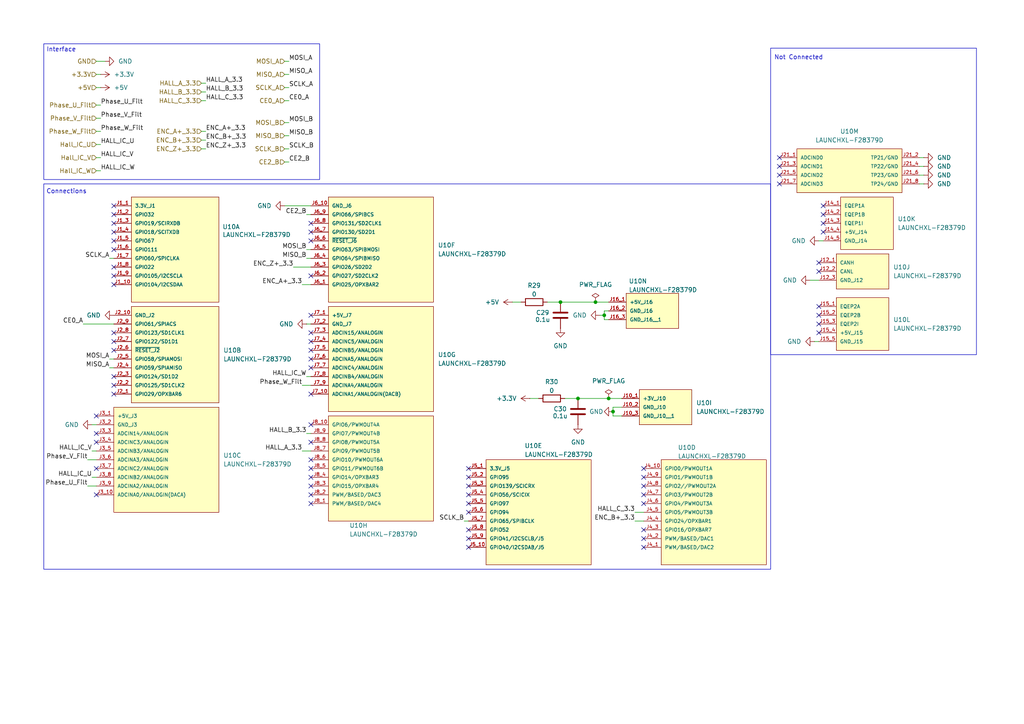
<source format=kicad_sch>
(kicad_sch (version 20250114) (generator "eeschema") (generator_version "9.0")
  (paper "A4")
  (title_block (title "Sensing and Interfacing PCB") (date "2025-06-02") (rev "v1") (company "Designer: Manveer Aujla") (comment 1 "Team 34"))
  (lib_symbols
    (symbol "Device:C" (pin_numbers (hide yes)) (pin_names (offset 0.254))
      (property "Reference" "C" (at 0.635 2.54 0))
      (property "Value" "C" (at 0.635 -2.54 0))
      (symbol "C_0_1"
        (polyline (pts (xy -2.032 0.762) (xy 2.032 0.762)) (stroke (width 0.508)))
        (polyline (pts (xy -2.032 -0.762) (xy 2.032 -0.762)) (stroke (width 0.508)))
      )
      (symbol "C_1_1"
        (pin passive line (at 0 3.81 270) (length 2.794) (name "~") (number "1"))
        (pin passive line (at 0 -3.81 90) (length 2.794) (name "~") (number "2"))
      )
    )
    (symbol "Device:R" (pin_numbers (hide yes)) (pin_names (offset 0))
      (property "Reference" "R" (at 2.032 0 90))
      (property "Value" "R" (at 0 0 90))
      (symbol "R_0_1"
        (rectangle (start -1.016 -2.54) (end 1.016 2.54) (stroke (width 0.254)))
      )
      (symbol "R_1_1"
        (pin passive line (at 0 3.81 270) (length 1.27) (name "~") (number "1"))
        (pin passive line (at 0 -3.81 90) (length 1.27) (name "~") (number "2"))
      )
    )
    (symbol "LAUNCHXL-F28379D:LAUNCHXL-F28379D" (pin_names (offset 1.016))
      (property "Reference" "U" (at -12.2428 15.9258 0))
      (property "Value" "LAUNCHXL-F28379D" (at -12.7 -17.272 0))
      (symbol "LAUNCHXL-F28379D_1_0"
        (rectangle (start -12.7 -15.24) (end 12.7 15.24) (stroke (width 0.1524)) (fill (type background)))
        (pin power_in line (at -17.78 12.7 0) (length 5.08) (name "3.3V_J1") (number "J1_1"))
        (pin bidirectional line (at -17.78 10.16 0) (length 5.08) (name "GPIO32") (number "J1_2"))
        (pin bidirectional line (at -17.78 7.62 0) (length 5.08) (name "GPIO19/SCIRXDB") (number "J1_3"))
        (pin bidirectional line (at -17.78 5.08 0) (length 5.08) (name "GPIO18/SCITXDB") (number "J1_4"))
        (pin bidirectional line (at -17.78 2.54 0) (length 5.08) (name "GPIO67") (number "J1_5"))
        (pin bidirectional line (at -17.78 0 0) (length 5.08) (name "GPIO111") (number "J1_6"))
        (pin bidirectional line (at -17.78 -2.54 0) (length 5.08) (name "GPIO60/SPICLKA") (number "J1_7"))
        (pin bidirectional line (at -17.78 -5.08 0) (length 5.08) (name "GPIO22") (number "J1_8"))
        (pin bidirectional line (at -17.78 -7.62 0) (length 5.08) (name "GPIO105/I2CSCLA") (number "J1_9"))
        (pin bidirectional line (at -17.78 -10.16 0) (length 5.08) (name "GPIO104/I2CSDAA") (number "J1_10"))
      )
      (symbol "LAUNCHXL-F28379D_2_0"
        (rectangle (start -12.7 -12.7) (end 12.7 15.24) (stroke (width 0.1524)) (fill (type background)))
        (pin power_in line (at -17.78 12.7 0) (length 5.08) (name "GND_J2") (number "J2_10"))
        (pin bidirectional line (at -17.78 10.16 0) (length 5.08) (name "GPIO61/SPIACS") (number "J2_9"))
        (pin bidirectional line (at -17.78 7.62 0) (length 5.08) (name "GPIO123/SD1CLK1") (number "J2_8"))
        (pin bidirectional line (at -17.78 5.08 0) (length 5.08) (name "GPIO122/SD1D1") (number "J2_7"))
        (pin bidirectional line (at -17.78 2.54 0) (length 5.08) (name "~{RESET_J2}") (number "J2_6"))
        (pin bidirectional line (at -17.78 0 0) (length 5.08) (name "GPIO58/SPIAMOSI") (number "J2_5"))
        (pin bidirectional line (at -17.78 -2.54 0) (length 5.08) (name "GPIO59/SPIAMISO") (number "J2_4"))
        (pin bidirectional line (at -17.78 -5.08 0) (length 5.08) (name "GPIO124/SD1D2") (number "J2_3"))
        (pin bidirectional line (at -17.78 -7.62 0) (length 5.08) (name "GPIO125/SD1CLK2") (number "J2_2"))
        (pin bidirectional line (at -17.78 -10.16 0) (length 5.08) (name "GPIO29/OPXBAR6") (number "J2_1"))
      )
      (symbol "LAUNCHXL-F28379D_3_0"
        (rectangle (start -15.24 -15.24) (end 15.24 15.24) (stroke (width 0.1524)) (fill (type background)))
        (pin power_in line (at -20.32 12.7 0) (length 5.08) (name "+5V_J3") (number "J3_1"))
        (pin power_in line (at -20.32 10.16 0) (length 5.08) (name "GND_J3") (number "J3_2"))
        (pin bidirectional line (at -20.32 7.62 0) (length 5.08) (name "ADCIN14/ANALOGIN") (number "J3_3"))
        (pin bidirectional line (at -20.32 5.08 0) (length 5.08) (name "ADCINC3/ANALOGIN") (number "J3_4"))
        (pin bidirectional line (at -20.32 2.54 0) (length 5.08) (name "ADCINB3/ANALOGIN") (number "J3_5"))
        (pin bidirectional line (at -20.32 0 0) (length 5.08) (name "ADCINA3/ANALOGIN") (number "J3_6"))
        (pin bidirectional line (at -20.32 -2.54 0) (length 5.08) (name "ADCINC2/ANALOGIN") (number "J3_7"))
        (pin bidirectional line (at -20.32 -5.08 0) (length 5.08) (name "ADCINB2/ANALOGIN") (number "J3_8"))
        (pin bidirectional line (at -20.32 -7.62 0) (length 5.08) (name "ADCINA2/ANALOGIN") (number "J3_9"))
        (pin bidirectional line (at -20.32 -10.16 0) (length 5.08) (name "ADCINA0/ANALOGIN(DACA)") (number "J3_10"))
      )
      (symbol "LAUNCHXL-F28379D_4_0"
        (rectangle (start -15.24 -15.24) (end 15.24 15.24) (stroke (width 0.1524)) (fill (type background)))
        (pin bidirectional line (at -20.32 12.7 0) (length 5.08) (name "GPIO0/PWMOUT1A") (number "J4_10"))
        (pin bidirectional line (at -20.32 10.16 0) (length 5.08) (name "GPIO1/PWMOUT1B") (number "J4_9"))
        (pin bidirectional line (at -20.32 7.62 0) (length 5.08) (name "GPIO2//PWMOUT2A") (number "J4_8"))
        (pin bidirectional line (at -20.32 5.08 0) (length 5.08) (name "GPIO3/PWMOUT2B") (number "J4_7"))
        (pin bidirectional line (at -20.32 2.54 0) (length 5.08) (name "GPIO4/PWMOUT3A") (number "J4_6"))
        (pin bidirectional line (at -20.32 0 0) (length 5.08) (name "GPIO5/PWMOUT3B") (number "J4_5"))
        (pin bidirectional line (at -20.32 -2.54 0) (length 5.08) (name "GPIO24/OPXBAR1") (number "J4_4"))
        (pin bidirectional line (at -20.32 -5.08 0) (length 5.08) (name "GPIO16/OPXBAR7") (number "J4_3"))
        (pin bidirectional line (at -20.32 -7.62 0) (length 5.08) (name "PWM/BASED/DAC1") (number "J4_2"))
        (pin bidirectional line (at -20.32 -10.16 0) (length 5.08) (name "PWM/BASED/DAC2") (number "J4_1"))
      )
      (symbol "LAUNCHXL-F28379D_5_0"
        (rectangle (start -15.24 -15.24) (end 15.24 15.24) (stroke (width 0.1524)) (fill (type background)))
        (pin power_in line (at -20.32 12.7 0) (length 5.08) (name "3.3V_J5") (number "J5_1"))
        (pin bidirectional line (at -20.32 10.16 0) (length 5.08) (name "GPIO95") (number "J5_2"))
        (pin bidirectional line (at -20.32 7.62 0) (length 5.08) (name "GPIO139/SCICRX") (number "J5_3"))
        (pin bidirectional line (at -20.32 5.08 0) (length 5.08) (name "GPIO56/SCICIX") (number "J5_4"))
        (pin bidirectional line (at -20.32 2.54 0) (length 5.08) (name "GPIO97") (number "J5_5"))
        (pin bidirectional line (at -20.32 0 0) (length 5.08) (name "GPIO94") (number "J5_6"))
        (pin bidirectional line (at -20.32 -2.54 0) (length 5.08) (name "GPIO65/SPIBCLK") (number "J5_7"))
        (pin bidirectional line (at -20.32 -5.08 0) (length 5.08) (name "GPIO52") (number "J5_8"))
        (pin bidirectional line (at -20.32 -7.62 0) (length 5.08) (name "GPIO41/I2CSCLB/J5") (number "J5_9"))
        (pin bidirectional line (at -20.32 -10.16 0) (length 5.08) (name "GPIO40/I2CSDAB/J5") (number "J5_10"))
      )
      (symbol "LAUNCHXL-F28379D_6_0"
        (rectangle (start -15.24 -15.24) (end 15.24 15.24) (stroke (width 0.1524)) (fill (type background)))
        (pin power_in line (at -20.32 12.7 0) (length 5.08) (name "GND_J6") (number "J6_10"))
        (pin bidirectional line (at -20.32 10.16 0) (length 5.08) (name "GPIO66/SPIBCS") (number "J6_9"))
        (pin bidirectional line (at -20.32 7.62 0) (length 5.08) (name "GPIO131/SD2CLK1") (number "J6_8"))
        (pin bidirectional line (at -20.32 5.08 0) (length 5.08) (name "GPIO130/SD2D1") (number "J6_7"))
        (pin bidirectional line (at -20.32 2.54 0) (length 5.08) (name "~{RESET_J6}") (number "J6_6"))
        (pin bidirectional line (at -20.32 0 0) (length 5.08) (name "GPIO63/SPIBMOSI") (number "J6_5"))
        (pin bidirectional line (at -20.32 -2.54 0) (length 5.08) (name "GPIO64/SPIBMISO") (number "J6_4"))
        (pin bidirectional line (at -20.32 -5.08 0) (length 5.08) (name "GPIO26/SD2D2") (number "J6_3"))
        (pin bidirectional line (at -20.32 -7.62 0) (length 5.08) (name "GPIO27/SD2CLK2") (number "J6_2"))
        (pin bidirectional line (at -20.32 -10.16 0) (length 5.08) (name "GPIO25/OPXBAR2") (number "J6_1"))
      )
      (symbol "LAUNCHXL-F28379D_7_0"
        (rectangle (start -15.24 -15.24) (end 15.24 15.24) (stroke (width 0.1524)) (fill (type background)))
        (pin power_in line (at -20.32 12.7 0) (length 5.08) (name "+5V_J7") (number "J7_1"))
        (pin power_in line (at -20.32 10.16 0) (length 5.08) (name "GND_J7") (number "J7_2"))
        (pin bidirectional line (at -20.32 7.62 0) (length 5.08) (name "ADCIN15/ANALOGIN") (number "J7_3"))
        (pin bidirectional line (at -20.32 5.08 0) (length 5.08) (name "ADCINC5/ANALOGIN") (number "J7_4"))
        (pin bidirectional line (at -20.32 2.54 0) (length 5.08) (name "ADCINB5/ANALOGIN") (number "J7_5"))
        (pin bidirectional line (at -20.32 0 0) (length 5.08) (name "ADCINA5/ANALOGIN") (number "J7_6"))
        (pin bidirectional line (at -20.32 -2.54 0) (length 5.08) (name "ADCINC4/ANALOGIN") (number "J7_7"))
        (pin bidirectional line (at -20.32 -5.08 0) (length 5.08) (name "ADCINB4/ANALOGIN") (number "J7_8"))
        (pin bidirectional line (at -20.32 -7.62 0) (length 5.08) (name "ADCINA4/ANALOGIN") (number "J7_9"))
        (pin bidirectional line (at -20.32 -10.16 0) (length 5.08) (name "ADCINA1/ANALOGIN(DACB)") (number "J7_10"))
      )
      (symbol "LAUNCHXL-F28379D_8_0"
        (rectangle (start -15.24 -15.24) (end 15.24 15.24) (stroke (width 0.1524)) (fill (type background)))
        (pin bidirectional line (at -20.32 12.7 0) (length 5.08) (name "GPIO6/PWMOUT4A") (number "J8_10"))
        (pin bidirectional line (at -20.32 10.16 0) (length 5.08) (name "GPIO7/PWMOUT4B") (number "J8_9"))
        (pin bidirectional line (at -20.32 7.62 0) (length 5.08) (name "GPIO8/PWMOUT5A") (number "J8_8"))
        (pin bidirectional line (at -20.32 5.08 0) (length 5.08) (name "GPIO9/PWMOUT5B") (number "J8_7"))
        (pin bidirectional line (at -20.32 2.54 0) (length 5.08) (name "GPIO10/PWMOUT6A") (number "J8_6"))
        (pin bidirectional line (at -20.32 0 0) (length 5.08) (name "GPIO11/PWMOUT6B") (number "J8_5"))
        (pin bidirectional line (at -20.32 -2.54 0) (length 5.08) (name "GPIO14/OPXBAR3") (number "J8_4"))
        (pin bidirectional line (at -20.32 -5.08 0) (length 5.08) (name "GPIO15/OPXBAR4") (number "J8_3"))
        (pin bidirectional line (at -20.32 -7.62 0) (length 5.08) (name "PWM/BASED/DAC3") (number "J8_2"))
        (pin bidirectional line (at -20.32 -10.16 0) (length 5.08) (name "PWM/BASED/DAC4") (number "J8_1"))
      )
      (symbol "LAUNCHXL-F28379D_9_0"
        (rectangle (start -7.62 -7.62) (end 7.62 2.54) (stroke (width 0.1524)) (fill (type background)))
        (pin power_in line (at -12.7 0 0) (length 5.08) (name "+3V_J10") (number "J10_1"))
        (pin power_in line (at -12.7 -2.54 0) (length 5.08) (name "GND_J10") (number "J10_2"))
        (pin power_in line (at -12.7 -5.08 0) (length 5.08) (name "GND_J10__1") (number "J10_3"))
      )
      (symbol "LAUNCHXL-F28379D_10_0"
        (rectangle (start -7.62 -5.08) (end 7.62 5.08) (stroke (width 0.1524)) (fill (type background)))
        (pin bidirectional line (at -12.7 2.54 0) (length 5.08) (name "CANH") (number "J12_1"))
        (pin bidirectional line (at -12.7 0 0) (length 5.08) (name "CANL") (number "J12_2"))
        (pin power_in line (at -12.7 -2.54 0) (length 5.08) (name "GND_J12") (number "J12_3"))
      )
      (symbol "LAUNCHXL-F28379D_11_0"
        (rectangle (start -7.62 -7.62) (end 7.62 7.62) (stroke (width 0.1524)) (fill (type background)))
        (pin bidirectional line (at -12.7 5.08 0) (length 5.08) (name "EQEP1A") (number "J14_1"))
        (pin bidirectional line (at -12.7 2.54 0) (length 5.08) (name "EQEP1B") (number "J14_2"))
        (pin bidirectional line (at -12.7 0 0) (length 5.08) (name "EQEP1I") (number "J14_3"))
        (pin power_in line (at -12.7 -2.54 0) (length 5.08) (name "+5V_J14") (number "J14_4"))
        (pin power_in line (at -12.7 -5.08 0) (length 5.08) (name "GND_J14") (number "J14_5"))
      )
      (symbol "LAUNCHXL-F28379D_12_0"
        (rectangle (start -7.62 -7.62) (end 7.62 7.62) (stroke (width 0.1524)) (fill (type background)))
        (pin bidirectional line (at -12.7 5.08 0) (length 5.08) (name "EQEP2A") (number "J15_1"))
        (pin bidirectional line (at -12.7 2.54 0) (length 5.08) (name "EQEP2B") (number "J15_2"))
        (pin bidirectional line (at -12.7 0 0) (length 5.08) (name "EQEP2I") (number "J15_3"))
        (pin power_in line (at -12.7 -2.54 0) (length 5.08) (name "+5V_J15") (number "J15_4"))
        (pin power_in line (at -12.7 -5.08 0) (length 5.08) (name "GND_J15") (number "J15_5"))
      )
      (symbol "LAUNCHXL-F28379D_13_0"
        (rectangle (start -15.24 -7.62) (end 15.24 5.08) (stroke (width 0.1524)) (fill (type background)))
        (pin input line (at -20.32 2.54 0) (length 5.08) (name "ADCIND0") (number "J21_1"))
        (pin input line (at -20.32 0 0) (length 5.08) (name "ADCIND1") (number "J21_3"))
        (pin input line (at -20.32 -2.54 0) (length 5.08) (name "ADCIND2") (number "J21_5"))
        (pin input line (at -20.32 -5.08 0) (length 5.08) (name "ADCIND3") (number "J21_7"))
        (pin power_in line (at 20.32 2.54 180) (length 5.08) (name "TP21/GND") (number "J21_2"))
        (pin power_in line (at 20.32 0 180) (length 5.08) (name "TP22/GND") (number "J21_4"))
        (pin power_in line (at 20.32 -2.54 180) (length 5.08) (name "TP23/GND") (number "J21_6"))
        (pin power_in line (at 20.32 -5.08 180) (length 5.08) (name "TP24/GND") (number "J21_8"))
      )
      (symbol "LAUNCHXL-F28379D_14_0"
        (rectangle (start -7.62 -5.08) (end 7.62 5.08) (stroke (width 0.1524)) (fill (type background)))
        (pin power_in line (at -12.7 2.54 0) (length 5.08) (name "+5V_J16") (number "J16_1"))
        (pin power_in line (at -12.7 0 0) (length 5.08) (name "GND_J16") (number "J16_2"))
        (pin power_in line (at -12.7 -2.54 0) (length 5.08) (name "GND_J16__1") (number "J16_3"))
      )
    )
    (symbol "power:+5V" (power) (pin_numbers (hide yes)) (pin_names (offset 0) (hide yes))
      (property "Value" "+5V" (at 0 3.556 0))
      (symbol "+5V_0_1"
        (polyline (pts (xy -0.762 1.27) (xy 0 2.54)))
        (polyline (pts (xy 0 2.54) (xy 0.762 1.27)))
        (polyline (pts (xy 0 0) (xy 0 2.54)))
      )
      (symbol "+5V_1_1"
        (pin power_in line (at 0 0 90) (length 0) (name "~") (number "1"))
      )
    )
    (symbol "power:GND" (power) (pin_numbers (hide yes)) (pin_names (offset 0) (hide yes))
      (property "Value" "GND" (at 0 -3.81 0))
      (symbol "GND_0_1"
        (polyline (pts (xy 0 0) (xy 0 -1.27) (xy 1.27 -1.27) (xy 0 -2.54) (xy -1.27 -1.27) (xy 0 -1.27)))
      )
      (symbol "GND_1_1"
        (pin power_in line (at 0 0 270) (length 0) (name "~") (number "1"))
      )
    )
    (symbol "power:PWR_FLAG" (power) (pin_numbers (hide yes)) (pin_names (offset 0) (hide yes))
      (property "Value" "PWR_FLAG" (at 0 3.81 0))
      (symbol "PWR_FLAG_0_0"
        (pin power_out line (at 0 0 90) (length 0) (name "~") (number "1"))
      )
      (symbol "PWR_FLAG_0_1"
        (polyline (pts (xy 0 0) (xy 0 1.27) (xy -1.016 1.905) (xy 0 2.54) (xy 1.016 1.905) (xy 0 1.27)))
      )
    )
  )
  (rectangle (start 12.7 53.34) (end 223.52 165.1))
  (rectangle (start 12.7 12.7) (end 92.71 52.07))
  (rectangle (start 223.52 13.97) (end 283.21 102.87))
  (text "Connections" (at 19.304 55.626 0) (effects (font (size 1.27 1.27))))
  (text "Not Connected" (at 231.648 16.764 0) (effects (font (size 1.27 1.27))))
  (text "Interface" (at 17.78 14.478 0) (effects (font (size 1.27 1.27))))
  (junction (at 176.53 115.57))
  (junction (at 172.72 87.63))
  (junction (at 175.26 91.44))
  (junction (at 167.64 115.57))
  (junction (at 177.8 119.38))
  (junction (at 162.56 87.63))
  (no_connect (at 237.49 76.2))
  (no_connect (at 237.49 96.52))
  (no_connect (at 135.89 143.51))
  (no_connect (at 135.89 140.97))
  (no_connect (at 90.17 64.77))
  (no_connect (at 226.06 50.8))
  (no_connect (at 33.02 72.39))
  (no_connect (at 237.49 91.44))
  (no_connect (at 33.02 101.6))
  (no_connect (at 186.69 138.43))
  (no_connect (at 226.06 53.34))
  (no_connect (at 33.02 96.52))
  (no_connect (at 90.17 69.85))
  (no_connect (at 238.76 62.23))
  (no_connect (at 238.76 59.69))
  (no_connect (at 90.17 96.52))
  (no_connect (at 90.17 123.19))
  (no_connect (at 135.89 148.59))
  (no_connect (at 27.94 135.89))
  (no_connect (at 90.17 101.6))
  (no_connect (at 186.69 156.21))
  (no_connect (at 90.17 138.43))
  (no_connect (at 90.17 106.68))
  (no_connect (at 226.06 48.26))
  (no_connect (at 33.02 77.47))
  (no_connect (at 226.06 45.72))
  (no_connect (at 237.49 78.74))
  (no_connect (at 90.17 91.44))
  (no_connect (at 135.89 135.89))
  (no_connect (at 90.17 128.27))
  (no_connect (at 33.02 114.3))
  (no_connect (at 186.69 143.51))
  (no_connect (at 90.17 114.3))
  (no_connect (at 238.76 67.31))
  (no_connect (at 186.69 140.97))
  (no_connect (at 27.94 128.27))
  (no_connect (at 33.02 82.55))
  (no_connect (at 33.02 109.22))
  (no_connect (at 90.17 99.06))
  (no_connect (at 90.17 80.01))
  (no_connect (at 27.94 120.65))
  (no_connect (at 135.89 156.21))
  (no_connect (at 90.17 135.89))
  (no_connect (at 186.69 153.67))
  (no_connect (at 27.94 125.73))
  (no_connect (at 186.69 158.75))
  (no_connect (at 33.02 64.77))
  (no_connect (at 238.76 64.77))
  (no_connect (at 33.02 67.31))
  (no_connect (at 33.02 69.85))
  (no_connect (at 90.17 67.31))
  (no_connect (at 33.02 99.06))
  (no_connect (at 90.17 133.35))
  (no_connect (at 33.02 59.69))
  (no_connect (at 237.49 93.98))
  (no_connect (at 90.17 140.97))
  (no_connect (at 33.02 62.23))
  (no_connect (at 135.89 153.67))
  (no_connect (at 237.49 88.9))
  (no_connect (at 33.02 80.01))
  (no_connect (at 90.17 104.14))
  (no_connect (at 135.89 158.75))
  (no_connect (at 135.89 138.43))
  (no_connect (at 33.02 111.76))
  (no_connect (at 135.89 146.05))
  (no_connect (at 27.94 143.51))
  (no_connect (at 90.17 143.51))
  (no_connect (at 90.17 146.05))
  (no_connect (at 186.69 135.89))
  (no_connect (at 186.69 146.05))
  (wire (pts (xy 83.82 35.56) (xy 82.55 35.56)))
  (wire (pts (xy 177.8 120.65) (xy 180.34 120.65)))
  (wire (pts (xy 177.8 118.11) (xy 180.34 118.11)))
  (wire (pts (xy 184.15 148.59) (xy 186.69 148.59)))
  (wire (pts (xy 30.48 17.78) (xy 27.94 17.78)))
  (wire (pts (xy 83.82 39.37) (xy 82.55 39.37)))
  (wire (pts (xy 26.67 138.43) (xy 27.94 138.43)))
  (wire (pts (xy 85.09 77.47) (xy 90.17 77.47)))
  (wire (pts (xy 29.21 38.1) (xy 27.94 38.1)))
  (wire (pts (xy 176.53 92.71) (xy 175.26 92.71)))
  (wire (pts (xy 175.26 91.44) (xy 175.26 90.17)))
  (wire (pts (xy 175.26 90.17) (xy 176.53 90.17)))
  (wire (pts (xy 83.82 43.18) (xy 82.55 43.18)))
  (wire (pts (xy 153.67 115.57) (xy 156.21 115.57)))
  (wire (pts (xy 83.82 29.21) (xy 82.55 29.21)))
  (wire (pts (xy 266.7 45.72) (xy 267.97 45.72)))
  (wire (pts (xy 31.75 104.14) (xy 33.02 104.14)))
  (wire (pts (xy 177.8 119.38) (xy 177.8 118.11)))
  (wire (pts (xy 25.4 140.97) (xy 27.94 140.97)))
  (wire (pts (xy 148.59 87.63) (xy 151.13 87.63)))
  (wire (pts (xy 162.56 87.63) (xy 172.72 87.63)))
  (wire (pts (xy 88.9 62.23) (xy 90.17 62.23)))
  (wire (pts (xy 83.82 17.78) (xy 82.55 17.78)))
  (wire (pts (xy 173.99 91.44) (xy 175.26 91.44)))
  (wire (pts (xy 184.15 151.13) (xy 186.69 151.13)))
  (wire (pts (xy 163.83 115.57) (xy 167.64 115.57)))
  (wire (pts (xy 31.75 74.93) (xy 33.02 74.93)))
  (wire (pts (xy 59.69 43.18) (xy 58.42 43.18)))
  (wire (pts (xy 26.67 130.81) (xy 27.94 130.81)))
  (wire (pts (xy 237.49 69.85) (xy 238.76 69.85)))
  (wire (pts (xy 82.55 59.69) (xy 90.17 59.69)))
  (wire (pts (xy 59.69 29.21) (xy 58.42 29.21)))
  (wire (pts (xy 83.82 46.99) (xy 82.55 46.99)))
  (wire (pts (xy 167.64 115.57) (xy 176.53 115.57)))
  (wire (pts (xy 83.82 25.4) (xy 82.55 25.4)))
  (wire (pts (xy 172.72 87.63) (xy 176.53 87.63)))
  (wire (pts (xy 175.26 92.71) (xy 175.26 91.44)))
  (wire (pts (xy 88.9 109.22) (xy 90.17 109.22)))
  (wire (pts (xy 59.69 38.1) (xy 58.42 38.1)))
  (wire (pts (xy 29.21 25.4) (xy 27.94 25.4)))
  (wire (pts (xy 29.21 21.59) (xy 27.94 21.59)))
  (wire (pts (xy 59.69 26.67) (xy 58.42 26.67)))
  (wire (pts (xy 87.63 111.76) (xy 90.17 111.76)))
  (wire (pts (xy 236.22 99.06) (xy 237.49 99.06)))
  (wire (pts (xy 31.75 106.68) (xy 33.02 106.68)))
  (wire (pts (xy 266.7 53.34) (xy 267.97 53.34)))
  (wire (pts (xy 24.13 93.98) (xy 33.02 93.98)))
  (wire (pts (xy 177.8 120.65) (xy 177.8 119.38)))
  (wire (pts (xy 88.9 72.39) (xy 90.17 72.39)))
  (wire (pts (xy 29.21 49.53) (xy 27.94 49.53)))
  (wire (pts (xy 26.67 123.19) (xy 27.94 123.19)))
  (wire (pts (xy 29.21 34.29) (xy 27.94 34.29)))
  (wire (pts (xy 234.95 81.28) (xy 237.49 81.28)))
  (wire (pts (xy 266.7 50.8) (xy 267.97 50.8)))
  (wire (pts (xy 88.9 93.98) (xy 90.17 93.98)))
  (wire (pts (xy 29.21 41.91) (xy 27.94 41.91)))
  (wire (pts (xy 59.69 24.13) (xy 58.42 24.13)))
  (wire (pts (xy 83.82 21.59) (xy 82.55 21.59)))
  (wire (pts (xy 134.62 151.13) (xy 135.89 151.13)))
  (wire (pts (xy 88.9 125.73) (xy 90.17 125.73)))
  (wire (pts (xy 87.63 130.81) (xy 90.17 130.81)))
  (wire (pts (xy 158.75 87.63) (xy 162.56 87.63)))
  (wire (pts (xy 25.4 133.35) (xy 27.94 133.35)))
  (wire (pts (xy 176.53 115.57) (xy 180.34 115.57)))
  (wire (pts (xy 29.21 45.72) (xy 27.94 45.72)))
  (wire (pts (xy 88.9 74.93) (xy 90.17 74.93)))
  (wire (pts (xy 87.63 82.55) (xy 90.17 82.55)))
  (wire (pts (xy 266.7 48.26) (xy 267.97 48.26)))
  (wire (pts (xy 59.69 40.64) (xy 58.42 40.64)))
  (wire (pts (xy 29.21 30.48) (xy 27.94 30.48)))
  (label "Phase_V_Filt" (at 29.21 34.29 0))
  (label "MISO_B" (at 83.82 39.37 0))
  (label "CE0_A" (at 24.13 93.98 180))
  (label "HALL_A_3.3" (at 59.69 24.13 0))
  (label "HALL_C_3.3" (at 59.69 29.21 0))
  (label "MOSI_B" (at 88.9 72.39 180))
  (label "ENC_A+_3.3" (at 59.69 38.1 0))
  (label "SCLK_A" (at 83.82 25.4 0))
  (label "ENC_Z+_3.3" (at 85.09 77.47 180))
  (label "ENC_B+_3.3" (at 59.69 40.64 0))
  (label "MOSI_B" (at 83.82 35.56 0))
  (label "HALL_B_3.3" (at 59.69 26.67 0))
  (label "SCLK_B" (at 134.62 151.13 180))
  (label "HALL_IC_V" (at 26.67 130.81 180))
  (label "SCLK_A" (at 31.75 74.93 180))
  (label "MISO_B" (at 88.9 74.93 180))
  (label "HALL_B_3.3" (at 88.9 125.73 180))
  (label "MISO_A" (at 83.82 21.59 0))
  (label "HALL_IC_U" (at 26.67 138.43 180))
  (label "MISO_A" (at 31.75 106.68 180))
  (label "HALL_IC_W" (at 88.9 109.22 180))
  (label "CE0_A" (at 83.82 29.21 0))
  (label "CE2_B" (at 88.9 62.23 180))
  (label "Phase_W_Filt" (at 87.63 111.76 180))
  (label "HALL_IC_V" (at 29.21 45.72 0))
  (label "MOSI_A" (at 31.75 104.14 180))
  (label "SCLK_B" (at 83.82 43.18 0))
  (label "HALL_IC_U" (at 29.21 41.91 0))
  (label "Phase_V_Filt" (at 25.4 133.35 180))
  (label "MOSI_A" (at 83.82 17.78 0))
  (label "HALL_IC_W" (at 29.21 49.53 0))
  (label "ENC_B+_3.3" (at 184.15 151.13 180))
  (label "CE2_B" (at 83.82 46.99 0))
  (label "HALL_C_3.3" (at 184.15 148.59 180))
  (label "HALL_A_3.3" (at 87.63 130.81 180))
  (label "Phase_U_Filt" (at 25.4 140.97 180))
  (label "Phase_U_Filt" (at 29.21 30.48 0))
  (label "Phase_W_Filt" (at 29.21 38.1 0))
  (label "ENC_Z+_3.3" (at 59.69 43.18 0))
  (label "ENC_A+_3.3" (at 87.63 82.55 180))
  (hierarchical_label "MOSI_A" (shape input) (at 82.55 17.78 180))
  (hierarchical_label "Phase_V_Filt" (shape input) (at 27.94 34.29 180))
  (hierarchical_label "HALL_B_3.3" (shape input) (at 58.42 26.67 180))
  (hierarchical_label "Phase_W_Filt" (shape input) (at 27.94 38.1 180))
  (hierarchical_label "Hall_IC_V" (shape input) (at 27.94 45.72 180))
  (hierarchical_label "MISO_A" (shape input) (at 82.55 21.59 180))
  (hierarchical_label "ENC_A+_3.3" (shape input) (at 58.42 38.1 180))
  (hierarchical_label "ENC_Z+_3.3" (shape input) (at 58.42 43.18 180))
  (hierarchical_label "HALL_A_3.3" (shape input) (at 58.42 24.13 180))
  (hierarchical_label "SCLK_A" (shape input) (at 82.55 25.4 180))
  (hierarchical_label "Hall_IC_U" (shape input) (at 27.94 41.91 180))
  (hierarchical_label "ENC_B+_3.3" (shape input) (at 58.42 40.64 180))
  (hierarchical_label "GND" (shape input) (at 27.94 17.78 180))
  (hierarchical_label "Phase_U_Filt" (shape input) (at 27.94 30.48 180))
  (hierarchical_label "MISO_B" (shape input) (at 82.55 39.37 180))
  (hierarchical_label "SCLK_B" (shape input) (at 82.55 43.18 180))
  (hierarchical_label "CE2_B" (shape input) (at 82.55 46.99 180))
  (hierarchical_label "CE0_A" (shape input) (at 82.55 29.21 180))
  (hierarchical_label "+3.3V" (shape input) (at 27.94 21.59 180))
  (hierarchical_label "Hall_IC_W" (shape input) (at 27.94 49.53 180))
  (hierarchical_label "+5V" (shape input) (at 27.94 25.4 180))
  (hierarchical_label "HALL_C_3.3" (shape input) (at 58.42 29.21 180))
  (hierarchical_label "MOSI_B" (shape input) (at 82.55 35.56 180))
  (symbol (lib_id "LAUNCHXL-F28379D:LAUNCHXL-F28379D") (at 50.8 104.14 0) (unit 2) (in_bom no)
    (property "Reference" "U10" (at 64.77 101.5999 0) (effects (justify left)))
    (property "Value" "LAUNCHXL-F28379D" (at 64.77 104.1399 0) (effects (justify left)))
    (property "Footprint" "LAUNCHXL_F28379D:MOD_LAUNCHXL-F28379D" (effects (hide yes)))
    (property "Datasheet" "https://www.ti.com/lit/pdf/sprui77" (effects (hide yes)))
    (property "Description" "TMS320F2837xD, TMS320F2837xS LaunchPad™ C2000™, Delfino™ C28x MCU 32-Bit Embedded Evaluation Board" (effects (hide yes)))
    (property "PARTREV" "2.0" (effects (hide yes)))
    (property "STANDARD" "Manufacturer Recommendations" (effects (hide yes)))
    (property "MANUFACTURER" "Texas Instruments" (effects (hide yes)))
    (property "Part Number" "LAUNCHXL-F28379D" (effects (hide yes)))
  )
  (symbol (lib_id "power:GND") (at 267.97 48.26 90) (unit 1)
    (property "Reference" "#PWR0117" (effects (hide yes)))
    (property "Value" "GND" (at 271.78 48.2599 90) (effects (justify right)))
    (property "Description" "Power symbol creates a global label with name \"GND\" , ground" (effects (hide yes)))
  )
  (symbol (lib_id "power:GND") (at 33.02 91.44 270) (unit 1)
    (property "Reference" "#PWR0103" (effects (hide yes)))
    (property "Value" "GND" (at 29.21 91.4399 90) (effects (justify right)))
    (property "Description" "Power symbol creates a global label with name \"GND\" , ground" (effects (hide yes)))
  )
  (symbol (lib_id "power:GND") (at 267.97 50.8 90) (unit 1)
    (property "Reference" "#PWR0120" (effects (hide yes)))
    (property "Value" "GND" (at 271.78 50.7999 90) (effects (justify right)))
    (property "Description" "Power symbol creates a global label with name \"GND\" , ground" (effects (hide yes)))
  )
  (symbol (lib_id "LAUNCHXL-F28379D:LAUNCHXL-F28379D") (at 250.19 93.98 0) (unit 12) (in_bom no)
    (property "Reference" "U10" (at 259.08 92.7099 0) (effects (justify left)))
    (property "Value" "LAUNCHXL-F28379D" (at 259.08 95.2499 0) (effects (justify left)))
    (property "Footprint" "LAUNCHXL_F28379D:MOD_LAUNCHXL-F28379D" (effects (hide yes)))
    (property "Datasheet" "https://www.ti.com/lit/pdf/sprui77" (effects (hide yes)))
    (property "Description" "TMS320F2837xD, TMS320F2837xS LaunchPad™ C2000™, Delfino™ C28x MCU 32-Bit Embedded Evaluation Board" (effects (hide yes)))
    (property "PARTREV" "2.0" (effects (hide yes)))
    (property "STANDARD" "Manufacturer Recommendations" (effects (hide yes)))
    (property "MANUFACTURER" "Texas Instruments" (effects (hide yes)))
    (property "Part Number" "LAUNCHXL-F28379D" (effects (hide yes)))
  )
  (symbol (lib_id "power:GND") (at 177.8 119.38 270) (unit 1)
    (property "Reference" "#PWR0113" (effects (hide yes)))
    (property "Value" "GND" (at 175.006 119.38 90) (effects (justify right)))
    (property "Description" "Power symbol creates a global label with name \"GND\" , ground" (effects (hide yes)))
  )
  (symbol (lib_id "LAUNCHXL-F28379D:LAUNCHXL-F28379D") (at 250.19 78.74 0) (unit 10) (in_bom no)
    (property "Reference" "U10" (at 259.08 77.4699 0) (effects (justify left)))
    (property "Value" "LAUNCHXL-F28379D" (at 259.08 80.0099 0) (effects (justify left)))
    (property "Footprint" "LAUNCHXL_F28379D:MOD_LAUNCHXL-F28379D" (effects (hide yes)))
    (property "Datasheet" "https://www.ti.com/lit/pdf/sprui77" (effects (hide yes)))
    (property "Description" "TMS320F2837xD, TMS320F2837xS LaunchPad™ C2000™, Delfino™ C28x MCU 32-Bit Embedded Evaluation Board" (effects (hide yes)))
    (property "PARTREV" "2.0" (effects (hide yes)))
    (property "STANDARD" "Manufacturer Recommendations" (effects (hide yes)))
    (property "MANUFACTURER" "Texas Instruments" (effects (hide yes)))
    (property "Part Number" "LAUNCHXL-F28379D" (effects (hide yes)))
  )
  (symbol (lib_id "power:+5V") (at 148.59 87.63 90) (unit 1)
    (property "Reference" "#PWR0112" (effects (hide yes)))
    (property "Value" "+5V" (at 144.78 87.6299 90) (effects (justify left)))
    (property "Description" "Power symbol creates a global label with name \"+5V\"" (effects (hide yes)))
  )
  (symbol (lib_id "power:+5V") (at 29.21 25.4 270) (mirror x) (unit 1)
    (property "Reference" "#PWR0107" (effects (hide yes)))
    (property "Value" "+5V" (at 33.02 25.3999 90) (effects (justify left)))
    (property "Description" "Power symbol creates a global label with name \"+5V\"" (effects (hide yes)))
  )
  (symbol (lib_id "power:GND") (at 237.49 69.85 270) (unit 1)
    (property "Reference" "#PWR0114" (effects (hide yes)))
    (property "Value" "GND" (at 233.68 69.8499 90) (effects (justify right)))
    (property "Description" "Power symbol creates a global label with name \"GND\" , ground" (effects (hide yes)))
  )
  (symbol (lib_id "power:+5V") (at 153.67 115.57 90) (unit 1)
    (property "Reference" "#PWR0111" (effects (hide yes)))
    (property "Value" "+3.3V" (at 149.86 115.5699 90) (effects (justify left)))
    (property "Description" "Power symbol creates a global label with name \"+5V\"" (effects (hide yes)))
  )
  (symbol (lib_id "power:GND") (at 26.67 123.19 270) (unit 1)
    (property "Reference" "#PWR0104" (effects (hide yes)))
    (property "Value" "GND" (at 22.86 123.1899 90) (effects (justify right)))
    (property "Description" "Power symbol creates a global label with name \"GND\" , ground" (effects (hide yes)))
  )
  (symbol (lib_id "LAUNCHXL-F28379D:LAUNCHXL-F28379D") (at 189.23 90.17 0) (unit 14) (in_bom no)
    (property "Reference" "U10" (at 182.372 81.534 0) (effects (justify left)))
    (property "Value" "LAUNCHXL-F28379D" (at 182.372 84.074 0) (effects (justify left)))
    (property "Footprint" "LAUNCHXL_F28379D:MOD_LAUNCHXL-F28379D" (effects (hide yes)))
    (property "Datasheet" "https://www.ti.com/lit/pdf/sprui77" (effects (hide yes)))
    (property "Description" "TMS320F2837xD, TMS320F2837xS LaunchPad™ C2000™, Delfino™ C28x MCU 32-Bit Embedded Evaluation Board" (effects (hide yes)))
    (property "PARTREV" "2.0" (effects (hide yes)))
    (property "STANDARD" "Manufacturer Recommendations" (effects (hide yes)))
    (property "MANUFACTURER" "Texas Instruments" (effects (hide yes)))
    (property "Part Number" "LAUNCHXL-F28379D" (effects (hide yes)))
  )
  (symbol (lib_id "power:GND") (at 88.9 93.98 270) (unit 1)
    (property "Reference" "#PWR0102" (effects (hide yes)))
    (property "Value" "GND" (at 85.09 93.9799 90) (effects (justify right)))
    (property "Description" "Power symbol creates a global label with name \"GND\" , ground" (effects (hide yes)))
  )
  (symbol (lib_id "Device:C") (at 162.56 91.44 0) (unit 1)
    (property "Reference" "C29" (at 155.448 90.678 0) (effects (justify left)))
    (property "Value" "0.1u" (at 155.194 92.71 0) (effects (justify left)))
    (property "Footprint" "Capacitor_SMD:C_1206_3216Metric_Pad1.33x1.80mm_HandSolder" (effects (hide yes)))
    (property "Datasheet" "https://search.kemet.com/download/datasheet/C1206C104K4RAC7800" (effects (hide yes)))
    (property "Description" "0.1 µF ±10% 16V Ceramic Capacitor X7R 1206 (3216 Metric)" (effects (hide yes)))
    (property "Part Number" "C1206C104K4RACTU" (effects (hide yes)))
  )
  (symbol (lib_id "power:GND") (at 236.22 99.06 270) (unit 1)
    (property "Reference" "#PWR0115" (effects (hide yes)))
    (property "Value" "GND" (at 232.41 99.0599 90) (effects (justify right)))
    (property "Description" "Power symbol creates a global label with name \"GND\" , ground" (effects (hide yes)))
  )
  (symbol (lib_id "LAUNCHXL-F28379D:LAUNCHXL-F28379D") (at 110.49 104.14 0) (unit 7) (in_bom no)
    (property "Reference" "U10" (at 127 102.8699 0) (effects (justify left)))
    (property "Value" "LAUNCHXL-F28379D" (at 127 105.4099 0) (effects (justify left)))
    (property "Footprint" "LAUNCHXL_F28379D:MOD_LAUNCHXL-F28379D" (effects (hide yes)))
    (property "Datasheet" "https://www.ti.com/lit/pdf/sprui77" (effects (hide yes)))
    (property "Description" "TMS320F2837xD, TMS320F2837xS LaunchPad™ C2000™, Delfino™ C28x MCU 32-Bit Embedded Evaluation Board" (effects (hide yes)))
    (property "PARTREV" "2.0" (effects (hide yes)))
    (property "STANDARD" "Manufacturer Recommendations" (effects (hide yes)))
    (property "MANUFACTURER" "Texas Instruments" (effects (hide yes)))
    (property "Part Number" "LAUNCHXL-F28379D" (effects (hide yes)))
  )
  (symbol (lib_id "Device:C") (at 167.64 119.38 0) (unit 1)
    (property "Reference" "C30" (at 160.528 118.618 0) (effects (justify left)))
    (property "Value" "0.1u" (at 160.274 120.65 0) (effects (justify left)))
    (property "Footprint" "Capacitor_SMD:C_1206_3216Metric_Pad1.33x1.80mm_HandSolder" (effects (hide yes)))
    (property "Datasheet" "https://search.kemet.com/download/datasheet/C1206C104K4RAC7800" (effects (hide yes)))
    (property "Description" "0.1 µF ±10% 16V Ceramic Capacitor X7R 1206 (3216 Metric)" (effects (hide yes)))
    (property "Part Number" "C1206C104K4RACTU" (effects (hide yes)))
  )
  (symbol (lib_id "power:GND") (at 267.97 45.72 90) (unit 1)
    (property "Reference" "#PWR0119" (effects (hide yes)))
    (property "Value" "GND" (at 271.78 45.7199 90) (effects (justify right)))
    (property "Description" "Power symbol creates a global label with name \"GND\" , ground" (effects (hide yes)))
  )
  (symbol (lib_id "LAUNCHXL-F28379D:LAUNCHXL-F28379D") (at 50.8 72.39 0) (unit 1) (in_bom no)
    (property "Reference" "U10" (at 64.516 65.786 0) (effects (justify left)))
    (property "Value" "LAUNCHXL-F28379D" (at 64.516 68.072 0) (effects (justify left)))
    (property "Footprint" "LAUNCHXL_F28379D:MOD_LAUNCHXL-F28379D" (effects (hide yes)))
    (property "Datasheet" "https://www.ti.com/lit/pdf/sprui77" (effects (hide yes)))
    (property "Description" "TMS320F2837xD, TMS320F2837xS LaunchPad™ C2000™, Delfino™ C28x MCU 32-Bit Embedded Evaluation Board" (effects (hide yes)))
    (property "PARTREV" "2.0" (effects (hide yes)))
    (property "STANDARD" "Manufacturer Recommendations" (effects (hide yes)))
    (property "MANUFACTURER" "Texas Instruments" (effects (hide yes)))
    (property "Part Number" "LAUNCHXL-F28379D" (effects (hide yes)))
  )
  (symbol (lib_id "LAUNCHXL-F28379D:LAUNCHXL-F28379D") (at 110.49 135.89 0) (unit 8) (in_bom no)
    (property "Reference" "U10" (at 101.346 152.4 0) (effects (justify left)))
    (property "Value" "LAUNCHXL-F28379D" (at 101.346 154.94 0) (effects (justify left)))
    (property "Footprint" "LAUNCHXL_F28379D:MOD_LAUNCHXL-F28379D" (effects (hide yes)))
    (property "Datasheet" "https://www.ti.com/lit/pdf/sprui77" (effects (hide yes)))
    (property "Description" "TMS320F2837xD, TMS320F2837xS LaunchPad™ C2000™, Delfino™ C28x MCU 32-Bit Embedded Evaluation Board" (effects (hide yes)))
    (property "PARTREV" "2.0" (effects (hide yes)))
    (property "STANDARD" "Manufacturer Recommendations" (effects (hide yes)))
    (property "MANUFACTURER" "Texas Instruments" (effects (hide yes)))
    (property "Part Number" "LAUNCHXL-F28379D" (effects (hide yes)))
  )
  (symbol (lib_id "power:GND") (at 173.99 91.44 270) (unit 1)
    (property "Reference" "#PWR0110" (effects (hide yes)))
    (property "Value" "GND" (at 170.18 91.4399 90) (effects (justify right)))
    (property "Description" "Power symbol creates a global label with name \"GND\" , ground" (effects (hide yes)))
  )
  (symbol (lib_id "power:GND") (at 82.55 59.69 270) (unit 1)
    (property "Reference" "#PWR0101" (effects (hide yes)))
    (property "Value" "GND" (at 78.74 59.6899 90) (effects (justify right)))
    (property "Description" "Power symbol creates a global label with name \"GND\" , ground" (effects (hide yes)))
  )
  (symbol (lib_id "Device:R") (at 154.94 87.63 90) (unit 1)
    (property "Reference" "R29" (at 154.94 82.804 90))
    (property "Value" "0" (at 154.94 85.344 90))
    (property "Footprint" "Resistor_SMD:R_1206_3216Metric_Pad1.30x1.75mm_HandSolder" (effects (hide yes)))
    (property "Datasheet" "https://www.seielect.com/catalog/sei-rmcf_rmcp.pdf" (effects (hide yes)))
    (property "Description" "Resistor" (effects (hide yes)))
    (property "Part Number" "RMCF1206ZT0R00" (effects (hide yes)))
  )
  (symbol (lib_id "power:GND") (at 162.56 95.25 0) (unit 1)
    (property "Reference" "#PWR0108" (effects (hide yes)))
    (property "Value" "GND" (at 162.56 100.33 0))
    (property "Description" "Power symbol creates a global label with name \"GND\" , ground" (effects (hide yes)))
  )
  (symbol (lib_id "LAUNCHXL-F28379D:LAUNCHXL-F28379D") (at 207.01 148.59 0) (unit 4) (in_bom no)
    (property "Reference" "U10" (at 196.596 129.794 0) (effects (justify left)))
    (property "Value" "LAUNCHXL-F28379D" (at 196.596 132.334 0) (effects (justify left)))
    (property "Footprint" "LAUNCHXL_F28379D:MOD_LAUNCHXL-F28379D" (effects (hide yes)))
    (property "Datasheet" "https://www.ti.com/lit/pdf/sprui77" (effects (hide yes)))
    (property "Description" "TMS320F2837xD, TMS320F2837xS LaunchPad™ C2000™, Delfino™ C28x MCU 32-Bit Embedded Evaluation Board" (effects (hide yes)))
    (property "PARTREV" "2.0" (effects (hide yes)))
    (property "STANDARD" "Manufacturer Recommendations" (effects (hide yes)))
    (property "MANUFACTURER" "Texas Instruments" (effects (hide yes)))
    (property "Part Number" "LAUNCHXL-F28379D" (effects (hide yes)))
  )
  (symbol (lib_id "LAUNCHXL-F28379D:LAUNCHXL-F28379D") (at 156.21 148.59 0) (unit 5) (in_bom no)
    (property "Reference" "U10" (at 152.146 129.286 0) (effects (justify left)))
    (property "Value" "LAUNCHXL-F28379D" (at 152.146 131.826 0) (effects (justify left)))
    (property "Footprint" "LAUNCHXL_F28379D:MOD_LAUNCHXL-F28379D" (effects (hide yes)))
    (property "Datasheet" "https://www.ti.com/lit/pdf/sprui77" (effects (hide yes)))
    (property "Description" "TMS320F2837xD, TMS320F2837xS LaunchPad™ C2000™, Delfino™ C28x MCU 32-Bit Embedded Evaluation Board" (effects (hide yes)))
    (property "PARTREV" "2.0" (effects (hide yes)))
    (property "STANDARD" "Manufacturer Recommendations" (effects (hide yes)))
    (property "MANUFACTURER" "Texas Instruments" (effects (hide yes)))
    (property "Part Number" "LAUNCHXL-F28379D" (effects (hide yes)))
  )
  (symbol (lib_id "LAUNCHXL-F28379D:LAUNCHXL-F28379D") (at 110.49 72.39 0) (unit 6) (in_bom no)
    (property "Reference" "U10" (at 127 71.1199 0) (effects (justify left)))
    (property "Value" "LAUNCHXL-F28379D" (at 127 73.6599 0) (effects (justify left)))
    (property "Footprint" "LAUNCHXL_F28379D:MOD_LAUNCHXL-F28379D" (effects (hide yes)))
    (property "Datasheet" "https://www.ti.com/lit/pdf/sprui77" (effects (hide yes)))
    (property "Description" "TMS320F2837xD, TMS320F2837xS LaunchPad™ C2000™, Delfino™ C28x MCU 32-Bit Embedded Evaluation Board" (effects (hide yes)))
    (property "PARTREV" "2.0" (effects (hide yes)))
    (property "STANDARD" "Manufacturer Recommendations" (effects (hide yes)))
    (property "MANUFACTURER" "Texas Instruments" (effects (hide yes)))
    (property "Part Number" "LAUNCHXL-F28379D" (effects (hide yes)))
  )
  (symbol (lib_id "LAUNCHXL-F28379D:LAUNCHXL-F28379D") (at 193.04 115.57 0) (unit 9) (in_bom no)
    (property "Reference" "U10" (at 201.93 116.8399 0) (effects (justify left)))
    (property "Value" "LAUNCHXL-F28379D" (at 201.93 119.3799 0) (effects (justify left)))
    (property "Footprint" "LAUNCHXL_F28379D:MOD_LAUNCHXL-F28379D" (effects (hide yes)))
    (property "Datasheet" "https://www.ti.com/lit/pdf/sprui77" (effects (hide yes)))
    (property "Description" "TMS320F2837xD, TMS320F2837xS LaunchPad™ C2000™, Delfino™ C28x MCU 32-Bit Embedded Evaluation Board" (effects (hide yes)))
    (property "PARTREV" "2.0" (effects (hide yes)))
    (property "STANDARD" "Manufacturer Recommendations" (effects (hide yes)))
    (property "MANUFACTURER" "Texas Instruments" (effects (hide yes)))
    (property "Part Number" "LAUNCHXL-F28379D" (effects (hide yes)))
  )
  (symbol (lib_id "power:GND") (at 30.48 17.78 90) (unit 1)
    (property "Reference" "#PWR0105" (effects (hide yes)))
    (property "Value" "GND" (at 34.29 17.7799 90) (effects (justify right)))
    (property "Description" "Power symbol creates a global label with name \"GND\" , ground" (effects (hide yes)))
  )
  (symbol (lib_id "power:GND") (at 234.95 81.28 270) (unit 1)
    (property "Reference" "#PWR0116" (effects (hide yes)))
    (property "Value" "GND" (at 231.14 81.2799 90) (effects (justify right)))
    (property "Description" "Power symbol creates a global label with name \"GND\" , ground" (effects (hide yes)))
  )
  (symbol (lib_id "power:PWR_FLAG") (at 172.72 87.63 0) (unit 1)
    (property "Reference" "#FLG0101" (effects (hide yes)))
    (property "Value" "PWR_FLAG" (at 172.72 82.55 0))
    (property "Description" "Special symbol for telling ERC where power comes from" (effects (hide yes)))
  )
  (symbol (lib_id "LAUNCHXL-F28379D:LAUNCHXL-F28379D") (at 246.38 48.26 0) (unit 13) (in_bom no)
    (property "Reference" "U10" (at 246.38 38.1 0))
    (property "Value" "LAUNCHXL-F28379D" (at 246.38 40.64 0))
    (property "Footprint" "LAUNCHXL_F28379D:MOD_LAUNCHXL-F28379D" (effects (hide yes)))
    (property "Datasheet" "https://www.ti.com/lit/pdf/sprui77" (effects (hide yes)))
    (property "Description" "TMS320F2837xD, TMS320F2837xS LaunchPad™ C2000™, Delfino™ C28x MCU 32-Bit Embedded Evaluation Board" (effects (hide yes)))
    (property "PARTREV" "2.0" (effects (hide yes)))
    (property "STANDARD" "Manufacturer Recommendations" (effects (hide yes)))
    (property "MANUFACTURER" "Texas Instruments" (effects (hide yes)))
    (property "Part Number" "LAUNCHXL-F28379D" (effects (hide yes)))
  )
  (symbol (lib_id "power:GND") (at 267.97 53.34 90) (unit 1)
    (property "Reference" "#PWR0118" (effects (hide yes)))
    (property "Value" "GND" (at 271.78 53.3399 90) (effects (justify right)))
    (property "Description" "Power symbol creates a global label with name \"GND\" , ground" (effects (hide yes)))
  )
  (symbol (lib_id "power:GND") (at 167.64 123.19 0) (unit 1)
    (property "Reference" "#PWR0109" (effects (hide yes)))
    (property "Value" "GND" (at 167.64 128.27 0))
    (property "Description" "Power symbol creates a global label with name \"GND\" , ground" (effects (hide yes)))
  )
  (symbol (lib_id "LAUNCHXL-F28379D:LAUNCHXL-F28379D") (at 48.26 133.35 0) (unit 3) (in_bom no)
    (property "Reference" "U10" (at 64.77 132.0799 0) (effects (justify left)))
    (property "Value" "LAUNCHXL-F28379D" (at 64.77 134.6199 0) (effects (justify left)))
    (property "Footprint" "LAUNCHXL_F28379D:MOD_LAUNCHXL-F28379D" (effects (hide yes)))
    (property "Datasheet" "https://www.ti.com/lit/pdf/sprui77" (effects (hide yes)))
    (property "Description" "TMS320F2837xD, TMS320F2837xS LaunchPad™ C2000™, Delfino™ C28x MCU 32-Bit Embedded Evaluation Board" (effects (hide yes)))
    (property "PARTREV" "2.0" (effects (hide yes)))
    (property "STANDARD" "Manufacturer Recommendations" (effects (hide yes)))
    (property "MANUFACTURER" "Texas Instruments" (effects (hide yes)))
    (property "Part Number" "LAUNCHXL-F28379D" (effects (hide yes)))
  )
  (symbol (lib_id "Device:R") (at 160.02 115.57 90) (unit 1)
    (property "Reference" "R30" (at 160.02 110.744 90))
    (property "Value" "0" (at 160.02 113.284 90))
    (property "Footprint" "Resistor_SMD:R_1206_3216Metric_Pad1.30x1.75mm_HandSolder" (effects (hide yes)))
    (property "Datasheet" "https://www.seielect.com/catalog/sei-rmcf_rmcp.pdf" (effects (hide yes)))
    (property "Description" "Resistor" (effects (hide yes)))
    (property "Part Number" "RMCF1206ZT0R00" (effects (hide yes)))
  )
  (symbol (lib_id "power:PWR_FLAG") (at 176.53 115.57 0) (unit 1)
    (property "Reference" "#FLG0102" (effects (hide yes)))
    (property "Value" "PWR_FLAG" (at 176.53 110.49 0))
    (property "Description" "Special symbol for telling ERC where power comes from" (effects (hide yes)))
  )
  (symbol (lib_id "power:+5V") (at 29.21 21.59 270) (unit 1)
    (property "Reference" "#PWR0106" (effects (hide yes)))
    (property "Value" "+3.3V" (at 33.02 21.5901 90) (effects (justify left)))
    (property "Description" "Power symbol creates a global label with name \"+5V\"" (effects (hide yes)))
  )
  (symbol (lib_id "LAUNCHXL-F28379D:LAUNCHXL-F28379D") (at 251.46 64.77 0) (unit 11) (in_bom no)
    (property "Reference" "U10" (at 260.35 63.4999 0) (effects (justify left)))
    (property "Value" "LAUNCHXL-F28379D" (at 260.35 66.0399 0) (effects (justify left)))
    (property "Footprint" "LAUNCHXL_F28379D:MOD_LAUNCHXL-F28379D" (effects (hide yes)))
    (property "Datasheet" "https://www.ti.com/lit/pdf/sprui77" (effects (hide yes)))
    (property "Description" "TMS320F2837xD, TMS320F2837xS LaunchPad™ C2000™, Delfino™ C28x MCU 32-Bit Embedded Evaluation Board" (effects (hide yes)))
    (property "PARTREV" "2.0" (effects (hide yes)))
    (property "STANDARD" "Manufacturer Recommendations" (effects (hide yes)))
    (property "MANUFACTURER" "Texas Instruments" (effects (hide yes)))
    (property "Part Number" "LAUNCHXL-F28379D" (effects (hide yes)))
  )
)
</source>
